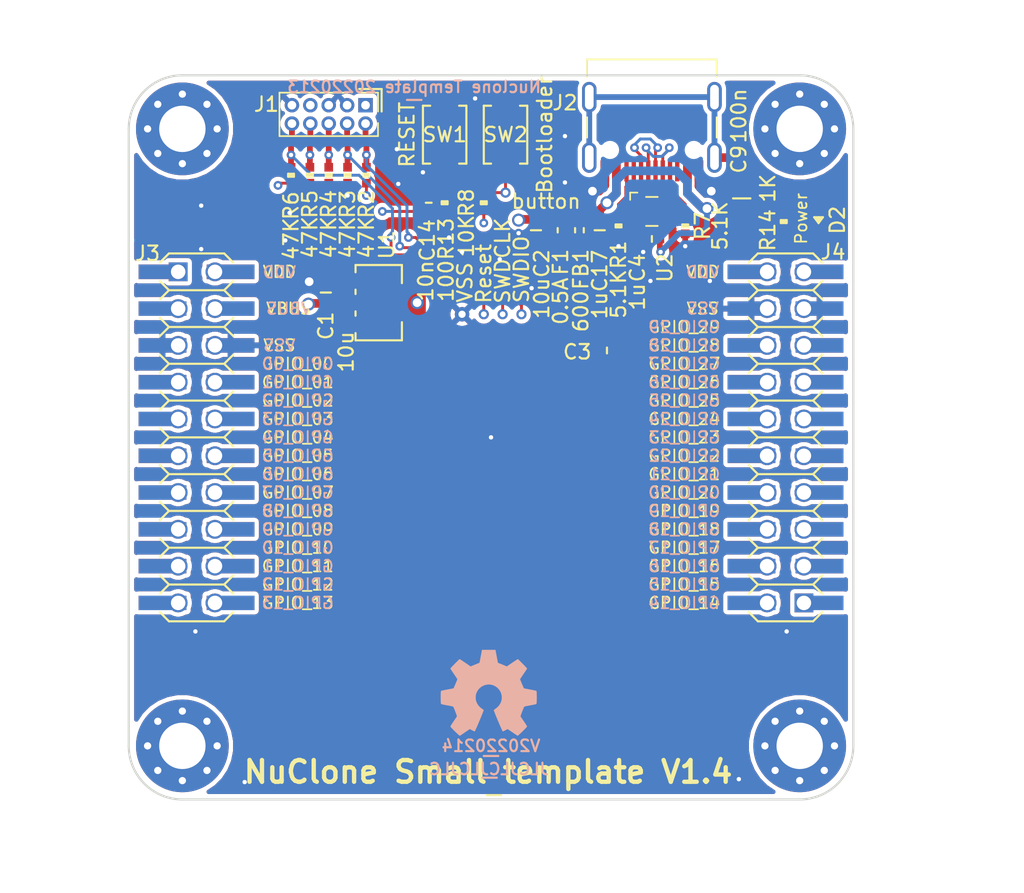
<source format=kicad_pcb>
(kicad_pcb (version 20211014) (generator pcbnew)
  (layers (0 "F.Cu" signal) (1 "In1.Cu" signal) (2 "In2.Cu" signal) (31 "B.Cu" signal) (34 "B.Paste" user) (35 "F.Paste" user) (36 "B.SilkS" user "B.Silkscreen") (37 "F.SilkS" user "F.Silkscreen") (38 "B.Mask" user) (39 "F.Mask" user) (44 "Edge.Cuts" user))
  (net 0 "")
  (net 1 "/VBUS")
  (net 2 "Net-(F1-Pad2)")
  (net 3 "/VDD")
  (net 4 "Net-(C9-Pad2)")
  (net 5 "/VSS")
  (net 7 "/GPIO_28")
  (net 8 "/GPIO_29")
  (net 9 "/TMS")
  (net 10 "/TCK")
  (net 11 "/TDO")
  (net 12 "/TDI")
  (net 13 "/RESET")
  (net 14 "Net-(R13-Pad2)")
  (net 15 "Net-(D2-Pad2)")
  (net 16 "Net-(J2-PadB5)")
  (net 19 "Net-(J2-PadA5)")
  (net 20 "/Bootloader")
  (net 21 "/GPIO_20")
  (net 22 "/GPIO_23")
  (net 23 "/GPIO_27")
  (net 24 "/GPIO_16")
  (net 25 "/GPIO_21")
  (net 26 "/GPIO_19")
  (net 27 "/GPIO_17")
  (net 28 "/GPIO_18")
  (net 29 "/GPIO_15")
  (net 30 "/GPIO_14")
  (net 31 "/GPIO_22")
  (net 32 "/GPIO_24")
  (net 33 "/GPIO_25")
  (net 34 "/GPIO_26")
  (net 35 "/GPIO_13")
  (net 36 "/GPIO_12")
  (net 37 "/GPIO_11")
  (net 38 "/GPIO_10")
  (net 39 "/GPIO_09")
  (net 40 "/GPIO_08")
  (net 41 "/GPIO_07")
  (net 42 "/GPIO_06")
  (net 43 "/GPIO_05")
  (net 44 "/GPIO_04")
  (net 45 "/GPIO_03")
  (net 46 "/GPIO_02")
  (net 47 "/GPIO_01")
  (net 48 "/GPIO_00")
  (net 49 "/VUSB")
  (net 50 "/DP")
  (net 51 "/DN")
  (footprint "MountingHole:MountingHole_3.2mm_M3_Pad_Via" (layer "F.Cu") (at 63.7 64.7)
    (fp_text reference "H1" hide)
    (fp_text value "MountingHole" hide)
  )
  (footprint "MountingHole:MountingHole_3.2mm_M3_Pad_Via" (layer "F.Cu") (at 106.3 64.7)
    (fp_text reference "H2" hide)
    (fp_text value "MountingHole" hide)
  )
  (footprint "MountingHole:MountingHole_3.2mm_M3_Pad_Via" (layer "F.Cu") (at 63.7 107.3)
    (fp_text reference "H4" hide)
    (fp_text value "MountingHole" hide)
  )
  (footprint "SquantorLabels:Label_Generic" (layer "F.Cu") (at 85.2 110.1)
    (fp_text reference "N4" hide)
    (fp_text value "NuClone Small template V1.4")
  )
  (footprint "MountingHole:MountingHole_3.2mm_M3_Pad_Via" (layer "F.Cu") (at 106.3 107.3)
    (fp_text reference "H3" hide)
    (fp_text value "MountingHole" hide)
  )
  (footprint "SquantorConnectorsNamed:nuclone_small_right_stacked" (layer "F.Cu") (at 105.32 86 90)
    (fp_text reference "J4")
    (fp_text value "nuclone_small_right")
  )
  (footprint "SquantorConnectorsNamed:nuclone_small_left_stacked" (layer "F.Cu") (at 64.68 86 -90)
    (fp_text reference "J3")
    (fp_text value "nuclone_small_left")
  )
  (footprint "SquantorRcl:R_0402_hand" (layer "F.Cu") (at 105.2 71.1 -90)
    (fp_text reference "R14")
    (fp_text value "1K")
  )
  (footprint "SquantorSwitches:TD-85XU" (layer "F.Cu") (at 86 65.1 -90)
    (fp_text reference "SW2")
    (fp_text value "Bootloader")
  )
  (footprint "SquantorTestPoints:TestPoint_hole_H04R07" (layer "F.Cu") (at 86 69.1)
    (fp_text reference "TP4")
    (fp_text value "button")
  )
  (footprint "SquantorRcl:R_0402_hand" (layer "F.Cu") (at 75.1 67.9 -90)
    (fp_text reference "R3")
    (fp_text value "47K")
  )
  (footprint "SquantorRcl:C_0402" (layer "F.Cu") (at 93 80 180)
    (fp_text reference "C3")
    (fp_text value "1u")
  )
  (footprint "SquantorRcl:C_0805" (layer "F.Cu") (at 102.3 69.5 90)
    (fp_text reference "C9")
    (fp_text value "100n")
  )
  (footprint "SquantorRcl:R_0402_hand" (layer "F.Cu") (at 81.8 69.8 90)
    (fp_text reference "R13")
    (fp_text value "100")
  )
  (footprint "SquantorRcl:R_0402_hand" (layer "F.Cu") (at 84.5 69.8 -90)
    (fp_text reference "R8")
    (fp_text value "10K")
  )
  (footprint "SquantorRcl:R_0402_hand" (layer "F.Cu") (at 98.4 71.4 90)
    (fp_text reference "R7")
    (fp_text value "5.1K")
  )
  (footprint "SquantorRcl:R_0402_hand" (layer "F.Cu") (at 76.4 67.9 -90)
    (fp_text reference "R2")
    (fp_text value "47K")
  )
  (footprint "SquantorRcl:R_0402_hand" (layer "F.Cu") (at 73.8 67.9 -90)
    (fp_text reference "R4")
    (fp_text value "47K")
  )
  (footprint "SquantorRcl:R_0402_hand" (layer "F.Cu") (at 72.5 67.9 -90)
    (fp_text reference "R5")
    (fp_text value "47K")
  )
  (footprint "SquantorRcl:R_0402_hand" (layer "F.Cu") (at 93.8 71.4 90)
    (fp_text reference "R1")
    (fp_text value "5.1K")
  )
  (footprint "SquantorConnectors:Header-0127-2X05-H006" (layer "F.Cu") (at 73.8 63.7 180)
    (fp_text reference "J1")
    (fp_text value "JTAG_2X05")
  )
  (footprint "SquantorIC:SOT89-NXP" (layer "F.Cu") (at 76.9 76.7 -90)
    (fp_text reference "U1")
    (fp_text value "MCP1702-MB")
  )
  (footprint "SquantorRcl:C_0603" (layer "F.Cu") (at 92.5 71.7 90)
    (fp_text reference "C17")
    (fp_text value "1u")
  )
  (footprint "SquantorSwitches:TD-85XU" (layer "F.Cu") (at 81.8 65.1 -90)
    (fp_text reference "SW1")
    (fp_text value "RESET")
  )
  (footprint "SquantorDiodes:LED_0603_hand" (layer "F.Cu") (at 107.6 71 90)
    (fp_text reference "D2")
    (fp_text value "GREEN")
  )
  (footprint "SquantorRcl:F_0603_hand" (layer "F.Cu") (at 89.6 71.7 -90)
    (fp_text reference "F1")
    (fp_text value "0.5A")
  )
  (footprint "SquantorRcl:C_0603" (layer "F.Cu") (at 88.1 71.7 90)
    (fp_text reference "C2")
    (fp_text value "10u")
  )
  (footprint "SquantorRcl:C_0603" (layer "F.Cu") (at 73.6 76 90)
    (fp_text reference "C1")
    (fp_text value "10u")
  )
  (footprint "SquantorRcl:R_0402_hand" (layer "F.Cu") (at 71.2 67.9 -90)
    (fp_text reference "R6")
    (fp_text value "47K")
  )
  (footprint "SquantorRcl:C_0402" (layer "F.Cu") (at 80.7 69.8 -90)
    (fp_text reference "C14")
    (fp_text value "10n")
  )
  (footprint "SquantorRcl:L_0603" (layer "F.Cu") (at 91.1 71.7 90)
    (fp_text reference "FB1")
    (fp_text value "600")
  )
  (footprint "SquantorTestPoints:TestPoint_hole_H05R10" (layer "F.Cu") (at 83 77.5)
    (fp_text reference "TP3")
    (fp_text value "VSS")
  )
  (footprint "SquantorTestPoints:TestPoint_hole_H04R07" (layer "F.Cu") (at 84.5 77.5)
    (fp_text reference "TP5")
    (fp_text value "Reset")
  )
  (footprint "SquantorTestPoints:TestPoint_hole_H04R07" (layer "F.Cu") (at 87.1 77.5)
    (fp_text reference "TP1")
    (fp_text value "SWDIO")
  )
  (footprint "SquantorTestPoints:TestPoint_hole_H04R07" (layer "F.Cu") (at 85.8 77.5)
    (fp_text reference "TP2")
    (fp_text value "SWDCLK")
  )
  (footprint "SquantorUsb:USB-C-HRO-31-M-12" (layer "F.Cu") (at 96.1 67.6 180)
    (fp_text reference "J2")
    (fp_text value "TYPE-C-31-M-12")
  )
  (footprint "SquantorRcl:C_0402" (layer "F.Cu") (at 96.1 72.3 180)
    (fp_text reference "C4")
    (fp_text value "1u")
  )
  (footprint "SquantorIC:SOT363-ONsemi" (layer "F.Cu") (at 96.1 70.4)
    (fp_text reference "U2")
    (fp_text value "TPESD0504C6")
  )
  (footprint "Symbols:OSHW-Symbol_6.7x6mm_SilkScreen" (layer "B.Cu") (at 84.85 103.65 180)
    (fp_text reference "N1" hide)
    (fp_text value "OHWLOGO" hide)
  )
  (footprint "SquantorLabels:Label_Generic" (layer "B.Cu") (at 84.9 108.9 180)
    (fp_text reference "N3" hide)
    (fp_text value "JLCJLCJLCJLC")
  )
  (footprint "SquantorLabels:Label_Generic" (layer "B.Cu") (at 85 107.4 180)
    (fp_text reference "N2" hide)
    (fp_text value "V20220214")
  )
  (footprint "SquantorLabels:Label_Generic" (layer "B.Cu") (at 79.7 62.1 180)
    (fp_text reference "N5" hide)
    (fp_text value "Nuclone Template 20220213")
  )
  (gr_line (start 77.45 61.95) (end 75.9 61.95) (layer "F.SilkS") (width 0.15))
  (gr_line (start 77.45 61.95) (end 77.45 63.5) (layer "F.SilkS") (width 0.15))
  (gr_arc (start 110 107.3) (mid 108.916295 109.916295) (end 106.3 111) (layer "Edge.Cuts") (width 0.15))
  (gr_arc (start 63.7 111) (mid 61.083705 109.916295) (end 60 107.3) (layer "Edge.Cuts") (width 0.15))
  (gr_line (start 60 64.7) (end 60 107.3) (layer "Edge.Cuts") (width 0.15))
  (gr_line (start 106.3 61) (end 63.7 61) (layer "Edge.Cuts") (width 0.15))
  (gr_line (start 110 107.3) (end 110 64.7) (layer "Edge.Cuts") (width 0.15))
  (gr_arc (start 106.3 61) (mid 108.916295 62.083705) (end 110 64.7) (layer "Edge.Cuts") (width 0.15))
  (gr_arc (start 60 64.7) (mid 61.083705 62.083705) (end 63.7 61) (layer "Edge.Cuts") (width 0.15))
  (gr_line (start 63.7 111) (end 106.3 111) (layer "Edge.Cuts") (width 0.15))
  (gr_text "Power" (at 106.4 70.9 90) (layer "F.SilkS") (effects (font (size 0.8 0.8) (thickness 0.12))))
  (segment (start 86.95 70.95) (end 86.9 71) (width 0.6) (layer "F.Cu") (net 1))
  (segment (start 89.6 70.95) (end 88.1 70.95) (width 0.6) (layer "F.Cu") (net 1))
  (segment (start 88.1 70.95) (end 86.95 70.95) (width 0.6) (layer "F.Cu") (net 1))
  (segment (start 79.9 76.7) (end 77.5 76.7) (width 0.6) (layer "F.Cu") (net 1))
  (via (at 79.9 76.7) (size 0.9) (drill 0.6) (layers "F.Cu" "B.Cu") (net 1))
  (via (at 86.9 71) (size 0.9) (drill 0.6) (layers "F.Cu" "B.Cu") (net 1))
  (segment (start 91.1 72.45) (end 89.6 72.45) (width 0.6) (layer "F.Cu") (net 2))
  (segment (start 73.6 78) (end 73.6 76.75) (width 0.6) (layer "F.Cu") (net 3))
  (segment (start 72.45 76.75) (end 72.4 76.8) (width 0.6) (layer "F.Cu") (net 3))
  (segment (start 75.15 78.2) (end 73.8 78.2) (width 0.6) (layer "F.Cu") (net 3))
  (segment (start 71.2 68.45) (end 70.45 68.45) (width 0.2) (layer "F.Cu") (net 3))
  (segment (start 73.6 76.75) (end 72.45 76.75) (width 0.6) (layer "F.Cu") (net 3))
  (segment (start 84.5 70.35) (end 84.5 71.2) (width 0.2) (layer "F.Cu") (net 3))
  (segment (start 73.8 68.45) (end 72.5 68.45) (width 0.2) (layer "F.Cu") (net 3))
  (segment (start 73.8 78.2) (end 73.6 78) (width 0.6) (layer "F.Cu") (net 3))
  (segment (start 72.5 68.45) (end 71.2 68.45) (width 0.2) (layer "F.Cu") (net 3))
  (segment (start 76.4 68.45) (end 76.4 69.3) (width 0.2) (layer "F.Cu") (net 3))
  (segment (start 70.45 68.45) (end 70.3 68.6) (width 0.2) (layer "F.Cu") (net 3))
  (via (at 84.5 71.2) (size 0.6) (drill 0.3) (layers "F.Cu" "B.Cu") (net 3))
  (via (at 72.4 76.8) (size 0.9) (drill 0.6) (layers "F.Cu" "B.Cu") (net 3))
  (via (at 70.3 68.6) (size 0.6) (drill 0.3) (layers "F.Cu" "B.Cu") (net 3))
  (via (at 76.4 69.3) (size 0.6) (drill 0.3) (layers "F.Cu" "B.Cu") (net 3))
  (segment (start 100.42 66.685) (end 101.985 66.685) (width 0.6) (layer "F.Cu") (net 4))
  (segment (start 102.3 67) (end 102.3 68.5) (width 0.6) (layer "F.Cu") (net 4))
  (segment (start 101.985 66.685) (end 102.3 67) (width 0.6) (layer "F.Cu") (net 4))
  (segment (start 100.42 62.505) (end 100.42 66.685) (width 0.4) (layer "B.Cu") (net 4))
  (segment (start 91.78 62.505) (end 100.42 62.505) (width 0.4) (layer "B.Cu") (net 4))
  (segment (start 91.78 66.685) (end 91.78 62.505) (width 0.4) (layer "B.Cu") (net 4))
  (segment (start 80.3 68.1) (end 80.3 67.7) (width 0.2) (layer "F.Cu") (net 5))
  (segment (start 74.3 75.2) (end 74.25 75.25) (width 0.6) (layer "F.Cu") (net 5))
  (segment (start 74.25 75.25) (end 73.6 75.25) (width 0.6) (layer "F.Cu") (net 5))
  (segment (start 75.15 75.2) (end 74.3 75.2) (width 0.6) (layer "F.Cu") (net 5))
  (segment (start 100.2 69) (end 99.7 69) (width 0.6) (layer "F.Cu") (net 5))
  (segment (start 99.7 69) (end 99.35 68.65) (width 0.6) (layer "F.Cu") (net 5))
  (segment (start 80.7 68.5) (end 80.3 68.1) (width 0.2) (layer "F.Cu") (net 5))
  (segment (start 80.7 69.25) (end 80.7 68.5) (width 0.2) (layer "F.Cu") (net 5))
  (segment (start 99.35 68.65) (end 99.35 67.6) (width 0.6) (layer "F.Cu") (net 5))
  (segment (start 92 69) (end 92.45 69) (width 0.6) (layer "F.Cu") (net 5))
  (segment (start 92.45 69) (end 92.85 68.6) (width 0.6) (layer "F.Cu") (net 5))
  (segment (start 92.85 68.6) (end 92.85 67.6) (width 0.6) (layer "F.Cu") (net 5))
  (segment (start 86 62.6) (end 83.9 62.6) (width 0.4) (layer "F.Cu") (net 5))
  (segment (start 81.8 62.6) (end 83.9 62.6) (width 0.4) (layer "F.Cu") (net 5))
  (segment (start 75.1 68.45) (end 75.1 69.3) (width 0.4) (layer "F.Cu") (net 5))
  (segment (start 95.9 71.5) (end 95.55 71.85) (width 0.2) (layer "F.Cu") (net 5))
  (segment (start 72.45 75.25) (end 73.6 75.25) (width 0.6) (layer "F.Cu") (net 5))
  (segment (start 95.55 73.15) (end 95.5 73.2) (width 0.4) (layer "F.Cu") (net 5))
  (segment (start 95.55 71.85) (end 95.55 72.3) (width 0.2) (layer "F.Cu") (net 5))
  (segment (start 93.8 72.8) (end 93.5 72.8) (width 0.4) (layer "F.Cu") (net 5))
  (segment (start 95.7 70.4) (end 95.9 70.6) (width 0.2) (layer "F.Cu") (net 5))
  (segment (start 86.9 71.9) (end 87.45 72.45) (width 0.4) (layer "F.Cu") (net 5))
  (segment (start 98.4 71.95) (end 98.4 72.8) (width 0.2) (layer "F.Cu") (net 5))
  (segment (start 93.5 72.8) (end 93.15 72.45) (width 0.4) (layer "F.Cu") (net 5))
  (segment (start 95.18 70.4) (end 95.7 70.4) (width 0.2) (layer "F.Cu") (net 5))
  (segment (start 93.8 71.95) (end 93.8 72.8) (width 0.2) (layer "F.Cu") (net 5))
  (segment (start 87.45 72.45) (end 88.1 72.45) (width 0.4) (layer "F.Cu") (net 5))
  (segment (start 95.9 70.6) (end 95.9 71.5) (width 0.2) (layer "F.Cu") (net 5))
  (segment (start 95.55 72.3) (end 95.55 73.15) (width 0.4) (layer "F.Cu") (net 5))
  (segment (start 93.15 72.45) (end 92.5 72.45) (width 0.4) (layer "F.Cu") (net 5))
  (via (at 78.6 68.5) (size 0.6) (drill 0.3) (layers "F.Cu" "B.Cu") (net 5))
  (via (at 87.8 75.7) (size 0.6) (drill 0.3) (layers "F.Cu" "B.Cu") (net 5))
  (via (at 96 75.2) (size 0.6) (drill 0.3) (layers "F.Cu" "B.Cu") (net 5))
  (via (at 100.1 75.2) (size 0.6) (drill 0.3) (layers "F.Cu" "B.Cu") (net 5))
  (via (at 90.1 68.4) (size 0.6) (drill 0.3) (layers "F.Cu" "B.Cu") (net 5))
  (via (at 90.1 65.2) (size 0.6) (drill 0.3) (layers "F.Cu" "B.Cu") (net 5))
  (via (at 78.5 66.1) (size 0.6) (drill 0.3) (layers "F.Cu" "B.Cu") (net 5))
  (via (at 71.1 70.5) (size 0.6) (drill 0.3) (layers "F.Cu" "B.Cu") (net 5))
  (via (at 70.8 72.4) (size 0.6) (drill 0.3) (layers "F.Cu" "B.Cu") (net 5))
  (via (at 100.2 69) (size 0.9) (drill 0.6) (layers "F.Cu" "B.Cu") (net 5))
  (via (at 80.3 67.7) (size 0.6) (drill 0.3) (layers "F.Cu" "B.Cu") (net 5))
  (via (at 92 69) (size 0.9) (drill 0.6) (layers "F.Cu" "B.Cu") (net 5))
  (via (at 83.9 62.6) (size 0.6) (drill 0.3) (layers "F.Cu" "B.Cu") (net 5))
  (via (at 75.1 69.3) (size 0.6) (drill 0.3) (layers "F.Cu" "B.Cu") (net 5))
  (via (at 83 73.2) (size 0.6) (drill 0.3) (layers "F.Cu" "B.Cu") (net 5))
  (via (at 82.1 72.2) (size 0.6) (drill 0.3) (layers "F.Cu" "B.Cu") (net 5))
  (via (at 85.6 73.7) (size 0.6) (drill 0.3) (layers "F.Cu" "B.Cu") (net 5))
  (via (at 64.6 99.4) (size 0.6) (drill 0.3) (layers "F.Cu" "B.Cu") (net 5))
  (via (at 105.4 99.4) (size 0.6) (drill 0.3) (layers "F.Cu" "B.Cu") (net 5))
  (via (at 102.1 109.6) (size 0.6) (drill 0.3) (layers "F.Cu" "B.Cu") (net 5))
  (via (at 68 109.8) (size 0.6) (drill 0.3) (layers "F.Cu" "B.Cu") (net 5))
  (via (at 85 86) (size 0.6) (drill 0.3) (layers "F.Cu" "B.Cu") (net 5))
  (via (at 98.4 72.8) (size 0.6) (drill 0.3) (layers "F.Cu" "B.Cu") (net 5))
  (via (at 86.9 71.9) (size 0.6) (drill 0.3) (layers "F.Cu" "B.Cu") (net 5))
  (via (at 65 70) (size 0.6) (drill 0.3) (layers "F.Cu" "B.Cu") (net 5))
  (via (at 72.45 75.25) (size 0.9) (drill 0.6) (layers "F.Cu" "B.Cu") (net 5))
  (via (at 93.8 72.8) (size 0.6) (drill 0.3) (layers "F.Cu" "B.Cu") (net 5))
  (via (at 95.5 73.2) (size 0.6) (drill 0.3) (layers "F.Cu" "B.Cu") (net 5))
  (via (at 65 73) (size 0.6) (drill 0.3) (layers "F.Cu" "B.Cu") (net 5))
  (segment (start 76.4 65.65) (end 76.4 66.5) (width 0.4) (layer "F.Cu") (net 9))
  (segment (start 76.4 67.35) (end 76.4 66.5) (width 0.4) (layer "F.Cu") (net 9))
  (segment (start 76.34 65.59) (end 76.4 65.65) (width 0.4) (layer "F.Cu") (net 9))
  (segment (start 76.34 64.335) (end 76.34 65.59) (width 0.4) (layer "F.Cu") (net 9))
  (segment (start 79.3 72.2) (end 79.8 72.2) (width 0.2) (layer "F.Cu") (net 9))
  (segment (start 87.1 76.9) (end 87.1 77.5) (width 0.2) (layer "F.Cu") (net 9))
  (segment (start 82.9 75.3) (end 85.5 75.3) (width 0.2) (layer "F.Cu") (net 9))
  (segment (start 79.8 72.2) (end 82.9 75.3) (width 0.2) (layer "F.Cu") (net 9))
  (segment (start 85.5 75.3) (end 87.1 76.9) (width 0.2) (layer "F.Cu") (net 9))
  (via (at 79.3 72.2) (size 0.6) (drill 0.3) (layers "F.Cu" "B.Cu") (net 9))
  (via (at 76.4 66.5) (size 0.6) (drill 0.3) (layers "F.Cu" "B.Cu") (net 9))
  (segment (start 79.2 70) (end 76.4 67.2) (width 0.2) (layer "B.Cu") (net 9))
  (segment (start 79.3 72.2) (end 79.3 71.9) (width 0.2) (layer "B.Cu") (net 9))
  (segment (start 79.3 71.9) (end 79.2 71.8) (width 0.2) (layer "B.Cu") (net 9))
  (segment (start 76.4 66.9) (end 76.4 66.5) (width 0.2) (layer "B.Cu") (net 9))
  (segment (start 79.2 71.8) (end 79.2 70) (width 0.2) (layer "B.Cu") (net 9))
  (segment (start 76.4 67.2) (end 76.4 66.9) (width 0.2) (layer "B.Cu") (net 9))
  (segment (start 75.07 65.62) (end 75.1 65.65) (width 0.4) (layer "F.Cu") (net 10))
  (segment (start 75.07 64.335) (end 75.07 65.62) (width 0.4) (layer "F.Cu") (net 10))
  (segment (start 75.1 65.65) (end 75.1 66.5) (width 0.4) (layer "F.Cu") (net 10))
  (segment (start 75.1 67.35) (end 75.1 66.5) (width 0.4) (layer "F.Cu") (net 10))
  (segment (start 78.8 72.9) (end 79.8 72.9) (width 0.2) (layer "F.Cu") (net 10))
  (segment (start 79.8 72.9) (end 82.7 75.8) (width 0.2) (layer "F.Cu") (net 10))
  (segment (start 85.8 76.3) (end 85.8 77.5) (width 0.2) (layer "F.Cu") (net 10))
  (segment (start 78.7 72.8) (end 78.8 72.9) (width 0.2) (layer "F.Cu") (net 10))
  (segment (start 82.7 75.8) (end 85.3 75.8) (width 0.2) (layer "F.Cu") (net 10))
  (segment (start 85.3 75.8) (end 85.8 76.3) (width 0.2) (layer "F.Cu") (net 10))
  (via (at 78.7 72.8) (size 0.6) (drill 0.3) (layers "F.Cu" "B.Cu") (net 10))
  (via (at 75.1 66.5) (size 0.6) (drill 0.3) (layers "F.Cu" "B.Cu") (net 10))
  (segment (start 78.7 72.8) (end 78.7 70.1) (width 0.2) (layer "B.Cu") (net 10))
  (segment (start 78.7 70.1) (end 75.9 67.3) (width 0.2) (layer "B.Cu") (net 10))
  (segment (start 75.9 67.3) (end 75.1 66.5) (width 0.2) (layer "B.Cu") (net 10))
  (segment (start 73.8 64.335) (end 73.8 65.65) (width 0.4) (layer "F.Cu") (net 11))
  (segment (start 73.8 67.35) (end 73.8 66.5) (width 0.4) (layer "F.Cu") (net 11))
  (segment (start 73.8 65.65) (end 73.8 66.5) (width 0.4) (layer "F.Cu") (net 11))
  (via (at 73.8 66.5) (size 0.6) (drill 0.3) (layers "F.Cu" "B.Cu") (net 11))
  (segment (start 72.53 64.335) (end 72.53 65.62) (width 0.4) (layer "F.Cu") (net 12))
  (segment (start 72.53 65.62) (end 72.5 65.65) (width 0.4) (layer "F.Cu") (net 12))
  (segment (start 72.5 67.35) (end 72.5 66.5) (width 0.4) (layer "F.Cu") (net 12))
  (segment (start 72.5 65.65) (end 72.5 66.5) (width 0.4) (layer "F.Cu") (net 12))
  (via (at 72.5 66.5) (size 0.6) (drill 0.3) (layers "F.Cu" "B.Cu") (net 12))
  (segment (start 71.26 64.335) (end 71.26 65.64) (width 0.4) (layer "F.Cu") (net 13))
  (segment (start 71.26 65.64) (end 71.2 65.7) (width 0.4) (layer "F.Cu") (net 13))
  (segment (start 71.2 65.7) (end 71.2 66.5) (width 0.4) (layer "F.Cu") (net 13))
  (segment (start 81.8 70.35) (end 80.7 70.35) (width 0.2) (layer "F.Cu") (net 13))
  (segment (start 71.2 67.35) (end 71.2 66.5) (width 0.4) (layer "F.Cu") (net 13))
  (segment (start 80.1 70.4) (end 80.15 70.35) (width 0.2) (layer "F.Cu") (net 13))
  (segment (start 80.15 70.35) (end 80.7 70.35) (width 0.2) (layer "F.Cu") (net 13))
  (segment (start 77.5 70.4) (end 80.1 70.4) (width 0.2) (layer "F.Cu") (net 13))
  (segment (start 78.3 73.4) (end 79.6 73.4) (width 0.2) (layer "F.Cu") (net 13))
  (segment (start 78.1 73.2) (end 78.3 73.4) (width 0.2) (layer "F.Cu") (net 13))
  (segment (start 82.5 76.3) (end 84.4 76.3) (width 0.2) (layer "F.Cu") (net 13))
  (segment (start 79.6 73.4) (end 82.5 76.3) (width 0.2) (layer "F.Cu") (net 13))
  (segment (start 84.4 76.3) (end 84.5 76.4) (width 0.2) (layer "F.Cu") (net 13))
  (segment (start 84.5 76.4) (end 84.5 77.5) (width 0.2) (layer "F.Cu") (net 13))
  (segment (start 78.1 72.2) (end 78.1 73.2) (width 0.2) (layer "F.Cu") (net 13))
  (via (at 71.2 66.5) (size 0.6) (drill 0.3) (layers "F.Cu" "B.Cu") (net 13))
  (via (at 77.5 70.4) (size 0.6) (drill 0.3) (layers "F.Cu" "B.Cu") (net 13))
  (via (at 78.1 72.2) (size 0.6) (drill 0.3) (layers "F.Cu" "B.Cu") (net 13))
  (segment (start 78.2 71.8) (end 78.2 70.4) (width 0.2) (layer "B.Cu") (net 13))
  (segment (start 78.2 70.4) (end 78.2 70.2) (width 0.2) (layer "B.Cu") (net 13))
  (segment (start 77.5 70.4) (end 78.2 70.4) (width 0.2) (layer "B.Cu") (net 13))
  (segment (start 78.2 70.2) (end 75.9 67.9) (width 0.2) (layer "B.Cu") (net 13))
  (segment (start 78.1 72.2) (end 78.1 71.9) (width 0.2) (layer "B.Cu") (net 13))
  (segment (start 78.1 71.9) (end 78.2 71.8) (width 0.2) (layer "B.Cu") (net 13))
  (segment (start 75.9 67.9) (end 72.6 67.9) (width 0.2) (layer "B.Cu") (net 13))
  (segment (start 72.6 67.9) (end 71.2 66.5) (width 0.2) (layer "B.Cu") (net 13))
  (segment (start 81.8 67.6) (end 81.8 69.25) (width 0.2) (layer "F.Cu") (net 14))
  (segment (start 106.55 70.15) (end 106.15 70.55) (width 0.2) (layer "F.Cu") (net 15))
  (segment (start 107.6 70.15) (end 106.55 70.15) (width 0.2) (layer "F.Cu") (net 15))
  (segment (start 106.15 70.55) (end 105.2 70.55) (width 0.2) (layer "F.Cu") (net 15))
  (segment (start 94.3 69.4) (end 93.8 69.9) (width 0.2) (layer "F.Cu") (net 16))
  (segment (start 93.8 69.9) (end 93.8 70.85) (width 0.2) (layer "F.Cu") (net 16))
  (segment (start 94.3 68.7) (end 94.3 69.4) (width 0.2) (layer "F.Cu") (net 16))
  (segment (start 94.35 68.65) (end 94.3 68.7) (width 0.2) (layer "F.Cu") (net 16))
  (segment (start 94.35 67.6) (end 94.35 68.65) (width 0.2) (layer "F.Cu") (net 16))
  (segment (start 98.4 69.9) (end 98.4 70.85) (width 0.2) (layer "F.Cu") (net 19))
  (segment (start 97.35 68.65) (end 97.8 69.1) (width 0.2) (layer "F.Cu") (net 19))
  (segment (start 97.8 69.1) (end 97.8 69.3) (width 0.2) (layer "F.Cu") (net 19))
  (segment (start 97.35 67.6) (end 97.35 68.65) (width 0.2) (layer "F.Cu") (net 19))
  (segment (start 97.8 69.3) (end 98.4 69.9) (width 0.2) (layer "F.Cu") (net 19))
  (segment (start 85.15 69.25) (end 85.3 69.1) (width 0.2) (layer "F.Cu") (net 20))
  (segment (start 85.3 69.1) (end 86 69.1) (width 0.2) (layer "F.Cu") (net 20))
  (segment (start 84.5 69.25) (end 85.15 69.25) (width 0.2) (layer "F.Cu") (net 20))
  (segment (start 86 67.6) (end 86 69.1) (width 0.2) (layer "F.Cu") (net 20))
  (segment (start 92.5 70.95) (end 91.1 70.95) (width 0.6) (layer "F.Cu") (net 49))
  (segment (start 93 69.8) (end 92.5 70.3) (width 0.6) (layer "F.Cu") (net 49))
  (segment (start 93 69.8) (end 93.65 69.15) (width 0.6) (layer "F.Cu") (net 49))
  (segment (start 92.5 70.3) (end 92.5 70.95) (width 0.6) (layer "F.Cu") (net 49))
  (segment (start 96.3 71.5) (end 96.65 71.85) (width 0.2) (layer "F.Cu") (net 49))
  (segment (start 96.65 73.15) (end 96.7 73.2) (width 0.4) (layer "F.Cu") (net 49))
  (segment (start 96.65 71.85) (end 96.65 72.3) (width 0.2) (layer "F.Cu") (net 49))
  (segment (start 93.65 69.15) (end 93.65 67.6) (width 0.6) (layer "F.Cu") (net 49))
  (segment (start 98.55 69.15) (end 98.55 67.6) (width 0.6) (layer "F.Cu") (net 49))
  (segment (start 96.5 70.4) (end 96.3 70.6) (width 0.2) (layer "F.Cu") (net 49))
  (segment (start 97.02 70.4) (end 96.5 70.4) (width 0.2) (layer "F.Cu") (net 49))
  (segment (start 99.6 70.2) (end 98.55 69.15) (width 0.6) (layer "F.Cu") (net 49))
  (segment (start 96.3 70.6) (end 96.3 71.5) (width 0.2) (layer "F.Cu") (net 49))
  (segment (start 99.9 70.2) (end 99.6 70.2) (width 0.6) (layer "F.Cu") (net 49))
  (segment (start 96.65 72.3) (end 96.65 73.15) (width 0.4) (layer "F.Cu") (net 49))
  (via (at 96.7 73.2) (size 0.6) (drill 0.3) (layers "F.Cu" "B.Cu") (net 49))
  (via (at 99.9 70.2) (size 0.9) (drill 0.6) (layers "F.Cu" "B.Cu") (net 49))
  (via (at 93 69.8) (size 0.9) (drill 0.6) (layers "F.Cu" "B.Cu") (net 49))
  (segment (start 94.3 67.6) (end 93.65 68.25) (width 0.6) (layer "B.Cu") (net 49))
  (segment (start 98.55 69.15) (end 98.55 68.35) (width 0.6) (layer "B.Cu") (net 49))
  (segment (start 99.9 71.5) (end 99.9 70.2) (width 0.4) (layer "B.Cu") (net 49))
  (segment (start 99.6 70.2) (end 98.55 69.15) (width 0.6) (layer "B.Cu") (net 49))
  (segment (start 93.65 69.15) (end 93 69.8) (width 0.6) (layer "B.Cu") (net 49))
  (segment (start 97.8 67.6) (end 94.3 67.6) (width 0.6) (layer "B.Cu") (net 49))
  (segment (start 96.7 73.2) (end 98 71.9) (width 0.4) (layer "B.Cu") (net 49))
  (segment (start 93.65 68.25) (end 93.65 69.15) (width 0.6) (layer "B.Cu") (net 49))
  (segment (start 98.55 68.35) (end 97.8 67.6) (width 0.6) (layer "B.Cu") (net 49))
  (segment (start 98 71.9) (end 99.5 71.9) (width 0.4) (layer "B.Cu") (net 49))
  (segment (start 99.9 70.2) (end 99.6 70.2) (width 0.6) (layer "B.Cu") (net 49))
  (segment (start 99.5 71.9) (end 99.9 71.5) (width 0.4) (layer "B.Cu") (net 49))
  (segment (start 95.35 67.6) (end 95.35 66.55) (width 0.2) (layer "F.Cu") (net 50))
  (segment (start 95.35 66.55) (end 94.9 66.1) (width 0.2) (layer "F.Cu") (net 50))
  (segment (start 94.9 66.1) (end 94.9 66) (width 0.2) (layer "F.Cu") (net 50))
  (segment (start 96.35 67.6) (end 96.35 66.15) (width 0.2) (layer "F.Cu") (net 50))
  (segment (start 96.35 66.15) (end 96.5 66) (width 0.2) (layer "F.Cu") (net 50))
  (segment (start 95.35 67.8) (end 95.35 68.05) (width 0.2) (layer "F.Cu") (net 50))
  (segment (start 95.35 67.6) (end 95.35 68.05) (width 0.2) (layer "F.Cu") (net 50))
  (segment (start 96.35 69.65) (end 96.35 67.6) (width 0.2) (layer "F.Cu") (net 50))
  (segment (start 96.45 69.75) (end 96.35 69.65) (width 0.2) (layer "F.Cu") (net 50))
  (segment (start 97.02 69.75) (end 96.45 69.75) (width 0.2) (layer "F.Cu") (net 50))
  (via (at 96.5 66) (size 0.6) (drill 0.3) (layers "F.Cu" "B.Cu") (net 50))
  (via (at 94.9 66) (size 0.6) (drill 0.3) (layers "F.Cu" "B.Cu") (net 50))
  (segment (start 94.9 66) (end 94.9 65.8) (width 0.2) (layer "B.Cu") (net 50))
  (segment (start 94.9 65.8) (end 95.3 65.4) (width 0.2) (layer "B.Cu") (net 50))
  (segment (start 96 65.4) (end 96.5 65.9) (width 0.2) (layer "B.Cu") (net 50))
  (segment (start 95.3 65.4) (end 96 65.4) (width 0.2) (layer "B.Cu") (net 50))
  (segment (start 96.5 65.9) (end 96.5 66) (width 0.2) (layer "B.Cu") (net 50))
  (segment (start 95.7 66.1) (end 95.7 66) (width 0.2) (layer "F.Cu") (net 51))
  (segment (start 95.85 66.25) (end 95.7 66.1) (width 0.2) (layer "F.Cu") (net 51))
  (segment (start 95.85 66.3) (end 95.85 66.25) (width 0.2) (layer "F.Cu") (net 51))
  (segment (start 96.85 66.55) (end 97.3 66.1) (width 0.2) (layer "F.Cu") (net 51))
  (segment (start 97.3 66.1) (end 97.3 66) (width 0.2) (layer "F.Cu") (net 51))
  (segment (start 96.85 67.6) (end 96.85 66.55) (width 0.2) (layer "F.Cu") (net 51))
  (segment (start 95.85 67.75) (end 95.85 66.3) (width 0.2) (layer "F.Cu") (net 51))
  (segment (start 95.75 69.75) (end 95.85 69.65) (width 0.2) (layer "F.Cu") (net 51))
  (segment (start 95.18 69.75) (end 95.75 69.75) (width 0.2) (layer "F.Cu") (net 51))
  (segment (start 95.85 69.65) (end 95.85 67.6) (width 0.2) (layer "F.Cu") (net 51))
  (via (at 95.7 66) (size 0.6) (drill 0.3) (layers "F.Cu" "B.Cu") (net 51))
  (via (at 97.3 66) (size 0.6) (drill 0.3) (layers "F.Cu" "B.Cu") (net 51))
  (segment (start 97.3 66) (end 97.3 66.1) (width 0.2) (layer "B.Cu") (net 51))
  (segment (start 96.2 66.6) (end 95.7 66.1) (width 0.2) (layer "B.Cu") (net 51))
  (segment (start 97.3 66.1) (end 96.8 66.6) (width 0.2) (layer "B.Cu") (net 51))
  (segment (start 96.8 66.6) (end 96.2 66.6) (width 0.2) (layer "B.Cu") (net 51))
  (segment (start 95.7 66.1) (end 95.7 66) (width 0.2) (layer "B.Cu") (net 51))
  (zone (net 1) (net_name "/VBUS") (layer "F.Cu") (connect_pads (clearance 0.3)) (min_thickness 0.2) (fill yes (thermal_gap 0.2) (thermal_bridge_width 0.4))
    (polygon (pts (xy 80.5 81.9) (xy 72.9 81.9) (xy 72.9 72.8) (xy 80.5 72.8)))
  )
  (zone (net 0) (net_name "") (layer "F.Cu") (connect_pads (clearance 0)) (min_thickness 0.254)
    (keepout (tracks allowed) (vias allowed) (pads allowed) (copperpour not_allowed) (footprints allowed))
    (fill (thermal_gap 0.508) (thermal_bridge_width 0.508))
    (polygon (pts (xy 101.3 68.7) (xy 90.9 68.7) (xy 90.9 59.9) (xy 101.3 59.9)))
  )
  (zone (net 5) (net_name "/VSS") (layer "F.Cu") (connect_pads (clearance 0.3)) (min_thickness 0.3) (fill yes (thermal_gap 0.3) (thermal_bridge_width 0.4))
    (polygon (pts (xy 110 111) (xy 60 111) (xy 60 72.4) (xy 72.5 72.4) (xy 72.5 82.3) (xy 80.9 82.3) (xy 80.9 72.4) (xy 60 72.4) (xy 60 61) (xy 110 61)))
  )
  (zone (net 5) (net_name "/VSS") (layer "B.Cu") (connect_pads (clearance 0.3)) (min_thickness 0.3) (fill yes (thermal_gap 0.3) (thermal_bridge_width 0.4))
    (polygon (pts (xy 60 61) (xy 110 61) (xy 110 111) (xy 60 111)))
  )
)
</source>
